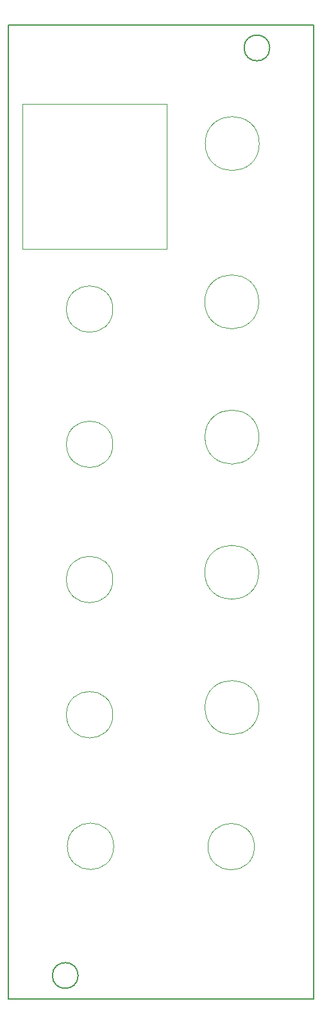
<source format=gbr>
%TF.GenerationSoftware,KiCad,Pcbnew,8.0.5*%
%TF.CreationDate,2024-10-13T13:29:01-04:00*%
%TF.ProjectId,2024.10.10 Bing Bong Drum Module FACEPLATE,32303234-2e31-4302-9e31-302042696e67,rev?*%
%TF.SameCoordinates,Original*%
%TF.FileFunction,Profile,NP*%
%FSLAX46Y46*%
G04 Gerber Fmt 4.6, Leading zero omitted, Abs format (unit mm)*
G04 Created by KiCad (PCBNEW 8.0.5) date 2024-10-13 13:29:01*
%MOMM*%
%LPD*%
G01*
G04 APERTURE LIST*
%TA.AperFunction,Profile*%
%ADD10C,0.100000*%
%TD*%
%TA.AperFunction,Profile*%
%ADD11C,0.200000*%
%TD*%
%TA.AperFunction,Profile*%
%ADD12C,0.150000*%
%TD*%
G04 APERTURE END LIST*
D10*
X161068400Y-89950533D02*
G75*
G02*
X153938400Y-89950533I-3565000J0D01*
G01*
X153938400Y-89950533D02*
G75*
G02*
X161068400Y-89950533I3565000J0D01*
G01*
X161068400Y-125640000D02*
G75*
G02*
X153938400Y-125640000I-3565000J0D01*
G01*
X153938400Y-125640000D02*
G75*
G02*
X161068400Y-125640000I3565000J0D01*
G01*
X160468800Y-144004200D02*
G75*
G02*
X154338800Y-144004200I-3065000J0D01*
G01*
X154338800Y-144004200D02*
G75*
G02*
X160468800Y-144004200I3065000J0D01*
G01*
X141783600Y-73062000D02*
G75*
G02*
X135653600Y-73062000I-3065000J0D01*
G01*
X135653600Y-73062000D02*
G75*
G02*
X141783600Y-73062000I3065000J0D01*
G01*
D11*
X128000400Y-35584000D02*
X168300400Y-35584000D01*
X168300400Y-164084000D01*
X128000400Y-164084000D01*
X128000400Y-35584000D01*
D10*
X141783600Y-108747332D02*
G75*
G02*
X135653600Y-108747332I-3065000J0D01*
G01*
X135653600Y-108747332D02*
G75*
G02*
X141783600Y-108747332I3065000J0D01*
G01*
X141901400Y-143953400D02*
G75*
G02*
X135771400Y-143953400I-3065000J0D01*
G01*
X135771400Y-143953400D02*
G75*
G02*
X141901400Y-143953400I3065000J0D01*
G01*
X161108400Y-51218000D02*
G75*
G02*
X153978400Y-51218000I-3565000J0D01*
G01*
X153978400Y-51218000D02*
G75*
G02*
X161108400Y-51218000I3565000J0D01*
G01*
X141783600Y-90904666D02*
G75*
G02*
X135653600Y-90904666I-3065000J0D01*
G01*
X135653600Y-90904666D02*
G75*
G02*
X141783600Y-90904666I3065000J0D01*
G01*
X129870200Y-45985600D02*
X148869400Y-45985600D01*
X148869400Y-65086400D01*
X129870200Y-65086400D01*
X129870200Y-45985600D01*
D12*
X162500000Y-38600000D02*
G75*
G02*
X159100000Y-38600000I-1700000J0D01*
G01*
X159100000Y-38600000D02*
G75*
G02*
X162500000Y-38600000I1700000J0D01*
G01*
D10*
X161045000Y-72105800D02*
G75*
G02*
X153915000Y-72105800I-3565000J0D01*
G01*
X153915000Y-72105800D02*
G75*
G02*
X161045000Y-72105800I3565000J0D01*
G01*
X161045000Y-107795266D02*
G75*
G02*
X153915000Y-107795266I-3565000J0D01*
G01*
X153915000Y-107795266D02*
G75*
G02*
X161045000Y-107795266I3565000J0D01*
G01*
D12*
X137200000Y-161000000D02*
G75*
G02*
X133800000Y-161000000I-1700000J0D01*
G01*
X133800000Y-161000000D02*
G75*
G02*
X137200000Y-161000000I1700000J0D01*
G01*
D10*
X141783600Y-126590000D02*
G75*
G02*
X135653600Y-126590000I-3065000J0D01*
G01*
X135653600Y-126590000D02*
G75*
G02*
X141783600Y-126590000I3065000J0D01*
G01*
M02*

</source>
